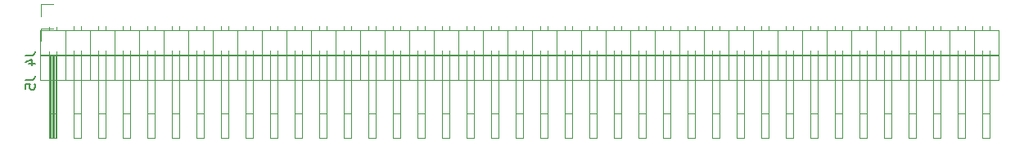
<source format=gbo>
G04 #@! TF.GenerationSoftware,KiCad,Pcbnew,6.0.7-f9a2dced07~116~ubuntu22.04.1*
G04 #@! TF.CreationDate,2022-09-25T15:05:22-07:00*
G04 #@! TF.ProjectId,rc2014compat-pico-vga,72633230-3134-4636-9f6d-7061742d7069,rev?*
G04 #@! TF.SameCoordinates,Original*
G04 #@! TF.FileFunction,Legend,Bot*
G04 #@! TF.FilePolarity,Positive*
%FSLAX46Y46*%
G04 Gerber Fmt 4.6, Leading zero omitted, Abs format (unit mm)*
G04 Created by KiCad (PCBNEW 6.0.7-f9a2dced07~116~ubuntu22.04.1) date 2022-09-25 15:05:22*
%MOMM*%
%LPD*%
G01*
G04 APERTURE LIST*
%ADD10C,0.150000*%
%ADD11C,0.120000*%
G04 APERTURE END LIST*
D10*
G04 #@! TO.C,J5*
X152884380Y-155664266D02*
X153598666Y-155664266D01*
X153741523Y-155616647D01*
X153836761Y-155521409D01*
X153884380Y-155378552D01*
X153884380Y-155283314D01*
X152884380Y-156616647D02*
X152884380Y-156140457D01*
X153360571Y-156092838D01*
X153312952Y-156140457D01*
X153265333Y-156235695D01*
X153265333Y-156473790D01*
X153312952Y-156569028D01*
X153360571Y-156616647D01*
X153455809Y-156664266D01*
X153693904Y-156664266D01*
X153789142Y-156616647D01*
X153836761Y-156569028D01*
X153884380Y-156473790D01*
X153884380Y-156235695D01*
X153836761Y-156140457D01*
X153789142Y-156092838D01*
G04 #@! TO.C,J4*
X152884380Y-153124266D02*
X153598666Y-153124266D01*
X153741523Y-153076647D01*
X153836761Y-152981409D01*
X153884380Y-152838552D01*
X153884380Y-152743314D01*
X153217714Y-154029028D02*
X153884380Y-154029028D01*
X152836761Y-153790933D02*
X153551047Y-153552838D01*
X153551047Y-154171885D01*
D11*
G04 #@! TO.C,J5*
X162942000Y-152655529D02*
X162942000Y-153052600D01*
X219582000Y-161712600D02*
X219582000Y-155712600D01*
X201042000Y-155712600D02*
X201042000Y-161712600D01*
X193422000Y-152655529D02*
X193422000Y-153052600D01*
X221362000Y-161712600D02*
X222122000Y-161712600D01*
X211962000Y-161712600D02*
X211962000Y-155712600D01*
X241682000Y-161712600D02*
X242442000Y-161712600D01*
X195962000Y-155712600D02*
X195962000Y-161712600D01*
X178942000Y-161712600D02*
X178942000Y-155712600D01*
X169672000Y-153052600D02*
X169672000Y-155712600D01*
X214502000Y-152655529D02*
X214502000Y-153052600D01*
X173102000Y-155712600D02*
X173102000Y-161712600D01*
X209422000Y-152655529D02*
X209422000Y-153052600D01*
X178942000Y-152655529D02*
X178942000Y-153052600D01*
X236602000Y-152655529D02*
X236602000Y-153052600D01*
X252602000Y-152655529D02*
X252602000Y-153052600D01*
X221362000Y-152655529D02*
X221362000Y-153052600D01*
X191642000Y-152655529D02*
X191642000Y-153052600D01*
X190882000Y-161712600D02*
X191642000Y-161712600D01*
X180722000Y-155712600D02*
X180722000Y-161712600D01*
X194182000Y-152655529D02*
X194182000Y-153052600D01*
X168782000Y-152655529D02*
X168782000Y-153052600D01*
X253552000Y-155712600D02*
X154372000Y-155712600D01*
X155742000Y-155712600D02*
X155742000Y-161712600D01*
X244982000Y-152655529D02*
X244982000Y-153052600D01*
X216282000Y-155712600D02*
X216282000Y-161712600D01*
X201042000Y-152655529D02*
X201042000Y-153052600D01*
X195962000Y-161712600D02*
X196722000Y-161712600D01*
X166242000Y-161712600D02*
X166242000Y-155712600D01*
X171322000Y-161712600D02*
X171322000Y-155712600D01*
X251842000Y-152655529D02*
X251842000Y-153052600D01*
X231522000Y-155712600D02*
X231522000Y-161712600D01*
X201802000Y-161712600D02*
X201802000Y-155712600D01*
X157862000Y-155712600D02*
X157862000Y-161712600D01*
X228982000Y-152655529D02*
X228982000Y-153052600D01*
X155382000Y-155712600D02*
X155382000Y-161712600D01*
X203582000Y-152655529D02*
X203582000Y-153052600D01*
X230632000Y-153052600D02*
X230632000Y-155712600D01*
X189992000Y-153052600D02*
X189992000Y-155712600D01*
X245872000Y-153052600D02*
X245872000Y-155712600D01*
X239142000Y-152655529D02*
X239142000Y-153052600D01*
X183262000Y-152655529D02*
X183262000Y-153052600D01*
X239142000Y-155712600D02*
X239142000Y-161712600D01*
X249302000Y-161712600D02*
X250062000Y-161712600D01*
X231522000Y-152655529D02*
X231522000Y-153052600D01*
X184022000Y-152655529D02*
X184022000Y-153052600D01*
X159512000Y-153052600D02*
X159512000Y-155712600D01*
X170562000Y-152655529D02*
X170562000Y-153052600D01*
X198502000Y-161712600D02*
X199262000Y-161712600D01*
X218822000Y-161712600D02*
X219582000Y-161712600D01*
X177292000Y-153052600D02*
X177292000Y-155712600D01*
X190882000Y-155712600D02*
X190882000Y-161712600D01*
X211962000Y-152655529D02*
X211962000Y-153052600D01*
X206122000Y-161712600D02*
X206882000Y-161712600D01*
X237362000Y-161712600D02*
X237362000Y-155712600D01*
X161162000Y-152655529D02*
X161162000Y-153052600D01*
X168022000Y-161712600D02*
X168782000Y-161712600D01*
X199262000Y-161712600D02*
X199262000Y-155712600D01*
X167132000Y-153052600D02*
X167132000Y-155712600D01*
X234822000Y-161712600D02*
X234822000Y-155712600D01*
X205232000Y-153052600D02*
X205232000Y-155712600D01*
X246762000Y-161712600D02*
X247522000Y-161712600D01*
X239902000Y-161712600D02*
X239902000Y-155712600D01*
X182372000Y-153052600D02*
X182372000Y-155712600D01*
X226442000Y-161712600D02*
X227202000Y-161712600D01*
X234062000Y-155712600D02*
X234062000Y-161712600D01*
X185802000Y-152655529D02*
X185802000Y-153052600D01*
X209422000Y-161712600D02*
X209422000Y-155712600D01*
X218822000Y-152655529D02*
X218822000Y-153052600D01*
X223902000Y-161712600D02*
X224662000Y-161712600D01*
X232282000Y-161712600D02*
X232282000Y-155712600D01*
X232282000Y-152655529D02*
X232282000Y-153052600D01*
X172212000Y-153052600D02*
X172212000Y-155712600D01*
X194182000Y-161712600D02*
X194182000Y-155712600D01*
X195072000Y-153052600D02*
X195072000Y-155712600D01*
X203582000Y-155712600D02*
X203582000Y-161712600D01*
X193422000Y-161712600D02*
X194182000Y-161712600D01*
X202692000Y-153052600D02*
X202692000Y-155712600D01*
X178182000Y-155712600D02*
X178182000Y-161712600D01*
X250062000Y-161712600D02*
X250062000Y-155712600D01*
X226442000Y-152655529D02*
X226442000Y-153052600D01*
X208662000Y-152655529D02*
X208662000Y-153052600D01*
X228982000Y-161712600D02*
X229742000Y-161712600D01*
X246762000Y-155712600D02*
X246762000Y-161712600D01*
X200152000Y-153052600D02*
X200152000Y-155712600D01*
X168782000Y-161712600D02*
X168782000Y-155712600D01*
X168022000Y-152655529D02*
X168022000Y-153052600D01*
X213742000Y-161712600D02*
X214502000Y-161712600D01*
X206882000Y-152655529D02*
X206882000Y-153052600D01*
X217042000Y-161712600D02*
X217042000Y-155712600D01*
X244982000Y-161712600D02*
X244982000Y-155712600D01*
X252602000Y-161712600D02*
X252602000Y-155712600D01*
X175642000Y-152655529D02*
X175642000Y-153052600D01*
X241682000Y-152655529D02*
X241682000Y-153052600D01*
X190882000Y-152655529D02*
X190882000Y-153052600D01*
X208662000Y-161712600D02*
X209422000Y-161712600D01*
X175642000Y-161712600D02*
X176402000Y-161712600D01*
X246762000Y-152655529D02*
X246762000Y-153052600D01*
X213742000Y-155712600D02*
X213742000Y-161712600D01*
X247522000Y-152655529D02*
X247522000Y-153052600D01*
X236602000Y-155712600D02*
X236602000Y-161712600D01*
X163702000Y-161712600D02*
X163702000Y-155712600D01*
X186562000Y-152655529D02*
X186562000Y-153052600D01*
X188342000Y-152655529D02*
X188342000Y-153052600D01*
X236602000Y-161712600D02*
X237362000Y-161712600D01*
X165482000Y-161712600D02*
X166242000Y-161712600D01*
X163702000Y-152655529D02*
X163702000Y-153052600D01*
X155322000Y-161712600D02*
X156082000Y-161712600D01*
X217042000Y-152655529D02*
X217042000Y-153052600D01*
X171322000Y-152655529D02*
X171322000Y-153052600D01*
X173102000Y-161712600D02*
X173862000Y-161712600D01*
X183262000Y-155712600D02*
X183262000Y-161712600D01*
X249302000Y-152655529D02*
X249302000Y-153052600D01*
X174752000Y-153052600D02*
X174752000Y-155712600D01*
X221362000Y-155712600D02*
X221362000Y-161712600D01*
X181482000Y-152655529D02*
X181482000Y-153052600D01*
X154432000Y-150342600D02*
X154432000Y-151612600D01*
X239902000Y-152655529D02*
X239902000Y-153052600D01*
X191642000Y-161712600D02*
X191642000Y-155712600D01*
X242442000Y-161712600D02*
X242442000Y-155712600D01*
X206882000Y-161712600D02*
X206882000Y-155712600D01*
X155322000Y-155712600D02*
X155322000Y-161712600D01*
X250062000Y-152655529D02*
X250062000Y-153052600D01*
X173862000Y-161712600D02*
X173862000Y-155712600D01*
X173862000Y-152655529D02*
X173862000Y-153052600D01*
X179832000Y-153052600D02*
X179832000Y-155712600D01*
X157862000Y-152655529D02*
X157862000Y-153052600D01*
X176402000Y-152655529D02*
X176402000Y-153052600D01*
X198502000Y-155712600D02*
X198502000Y-161712600D01*
X248412000Y-153052600D02*
X248412000Y-155712600D01*
X244222000Y-152655529D02*
X244222000Y-153052600D01*
X212852000Y-153052600D02*
X212852000Y-155712600D01*
X243332000Y-153052600D02*
X243332000Y-155712600D01*
X229742000Y-161712600D02*
X229742000Y-155712600D01*
X185802000Y-161712600D02*
X186562000Y-161712600D01*
X155862000Y-155712600D02*
X155862000Y-161712600D01*
X186562000Y-161712600D02*
X186562000Y-155712600D01*
X213742000Y-152655529D02*
X213742000Y-153052600D01*
X185802000Y-155712600D02*
X185802000Y-161712600D01*
X231522000Y-161712600D02*
X232282000Y-161712600D01*
X165482000Y-155712600D02*
X165482000Y-161712600D01*
X223902000Y-152655529D02*
X223902000Y-153052600D01*
X188342000Y-155712600D02*
X188342000Y-161712600D01*
X226442000Y-155712600D02*
X226442000Y-161712600D01*
X160402000Y-161712600D02*
X161162000Y-161712600D01*
X170562000Y-155712600D02*
X170562000Y-161712600D01*
X196722000Y-152655529D02*
X196722000Y-153052600D01*
X215392000Y-153052600D02*
X215392000Y-155712600D01*
X162942000Y-155712600D02*
X162942000Y-161712600D01*
X234822000Y-152655529D02*
X234822000Y-153052600D01*
X239142000Y-161712600D02*
X239902000Y-161712600D01*
X187452000Y-153052600D02*
X187452000Y-155712600D01*
X162052000Y-153052600D02*
X162052000Y-155712600D01*
X168022000Y-155712600D02*
X168022000Y-161712600D01*
X203582000Y-161712600D02*
X204342000Y-161712600D01*
X247522000Y-161712600D02*
X247522000Y-155712600D01*
X201042000Y-161712600D02*
X201802000Y-161712600D01*
X240792000Y-153052600D02*
X240792000Y-155712600D01*
X184022000Y-161712600D02*
X184022000Y-155712600D01*
X204342000Y-152655529D02*
X204342000Y-153052600D01*
X183262000Y-161712600D02*
X184022000Y-161712600D01*
X234062000Y-152655529D02*
X234062000Y-153052600D01*
X181482000Y-161712600D02*
X181482000Y-155712600D01*
X197612000Y-153052600D02*
X197612000Y-155712600D01*
X227202000Y-152655529D02*
X227202000Y-153052600D01*
X217932000Y-153052600D02*
X217932000Y-155712600D01*
X154372000Y-153052600D02*
X253552000Y-153052600D01*
X176402000Y-161712600D02*
X176402000Y-155712600D01*
X224662000Y-161712600D02*
X224662000Y-155712600D01*
X155622000Y-155712600D02*
X155622000Y-161712600D01*
X220472000Y-153052600D02*
X220472000Y-155712600D01*
X198502000Y-152655529D02*
X198502000Y-153052600D01*
X253552000Y-153052600D02*
X253552000Y-155712600D01*
X227202000Y-161712600D02*
X227202000Y-155712600D01*
X204342000Y-161712600D02*
X204342000Y-155712600D01*
X156082000Y-152722600D02*
X156082000Y-153052600D01*
X208662000Y-155712600D02*
X208662000Y-161712600D01*
X165482000Y-152655529D02*
X165482000Y-153052600D01*
X223012000Y-153052600D02*
X223012000Y-155712600D01*
X241682000Y-155712600D02*
X241682000Y-161712600D01*
X166242000Y-152655529D02*
X166242000Y-153052600D01*
X180722000Y-161712600D02*
X181482000Y-161712600D01*
X155322000Y-152722600D02*
X155322000Y-153052600D01*
X161162000Y-161712600D02*
X161162000Y-155712600D01*
X155982000Y-155712600D02*
X155982000Y-161712600D01*
X201802000Y-152655529D02*
X201802000Y-153052600D01*
X238252000Y-153052600D02*
X238252000Y-155712600D01*
X199262000Y-152655529D02*
X199262000Y-153052600D01*
X211202000Y-155712600D02*
X211202000Y-161712600D01*
X224662000Y-152655529D02*
X224662000Y-153052600D01*
X250952000Y-153052600D02*
X250952000Y-155712600D01*
X154372000Y-155712600D02*
X154372000Y-153052600D01*
X175642000Y-155712600D02*
X175642000Y-161712600D01*
X157862000Y-161712600D02*
X158622000Y-161712600D01*
X222122000Y-161712600D02*
X222122000Y-155712600D01*
X216282000Y-161712600D02*
X217042000Y-161712600D01*
X158622000Y-152655529D02*
X158622000Y-153052600D01*
X223902000Y-155712600D02*
X223902000Y-161712600D01*
X218822000Y-155712600D02*
X218822000Y-161712600D01*
X184912000Y-153052600D02*
X184912000Y-155712600D01*
X155502000Y-155712600D02*
X155502000Y-161712600D01*
X178182000Y-152655529D02*
X178182000Y-153052600D01*
X189102000Y-161712600D02*
X189102000Y-155712600D01*
X189102000Y-152655529D02*
X189102000Y-153052600D01*
X156972000Y-153052600D02*
X156972000Y-155712600D01*
X178182000Y-161712600D02*
X178942000Y-161712600D01*
X216282000Y-152655529D02*
X216282000Y-153052600D01*
X214502000Y-161712600D02*
X214502000Y-155712600D01*
X211202000Y-152655529D02*
X211202000Y-153052600D01*
X233172000Y-153052600D02*
X233172000Y-155712600D01*
X237362000Y-152655529D02*
X237362000Y-153052600D01*
X251842000Y-161712600D02*
X252602000Y-161712600D01*
X155702000Y-150342600D02*
X154432000Y-150342600D01*
X210312000Y-153052600D02*
X210312000Y-155712600D01*
X244222000Y-161712600D02*
X244982000Y-161712600D01*
X196722000Y-161712600D02*
X196722000Y-155712600D01*
X158622000Y-161712600D02*
X158622000Y-155712600D01*
X228982000Y-155712600D02*
X228982000Y-161712600D01*
X195962000Y-152655529D02*
X195962000Y-153052600D01*
X164592000Y-153052600D02*
X164592000Y-155712600D01*
X234062000Y-161712600D02*
X234822000Y-161712600D01*
X219582000Y-152655529D02*
X219582000Y-153052600D01*
X192532000Y-153052600D02*
X192532000Y-155712600D01*
X242442000Y-152655529D02*
X242442000Y-153052600D01*
X180722000Y-152655529D02*
X180722000Y-153052600D01*
X160402000Y-155712600D02*
X160402000Y-161712600D01*
X160402000Y-152655529D02*
X160402000Y-153052600D01*
X235712000Y-153052600D02*
X235712000Y-155712600D01*
X211202000Y-161712600D02*
X211962000Y-161712600D01*
X188342000Y-161712600D02*
X189102000Y-161712600D01*
X251842000Y-155712600D02*
X251842000Y-161712600D01*
X222122000Y-152655529D02*
X222122000Y-153052600D01*
X206122000Y-152655529D02*
X206122000Y-153052600D01*
X170562000Y-161712600D02*
X171322000Y-161712600D01*
X228092000Y-153052600D02*
X228092000Y-155712600D01*
X225552000Y-153052600D02*
X225552000Y-155712600D01*
X249302000Y-155712600D02*
X249302000Y-161712600D01*
X156082000Y-161712600D02*
X156082000Y-155712600D01*
X207772000Y-153052600D02*
X207772000Y-155712600D01*
X193422000Y-155712600D02*
X193422000Y-161712600D01*
X206122000Y-155712600D02*
X206122000Y-161712600D01*
X244222000Y-155712600D02*
X244222000Y-161712600D01*
X229742000Y-152655529D02*
X229742000Y-153052600D01*
X173102000Y-152655529D02*
X173102000Y-153052600D01*
X162942000Y-161712600D02*
X163702000Y-161712600D01*
G04 #@! TO.C,J4*
X204342000Y-150115529D02*
X204342000Y-150512600D01*
X219582000Y-159172600D02*
X219582000Y-153172600D01*
X239142000Y-153172600D02*
X239142000Y-159172600D01*
X190882000Y-159172600D02*
X191642000Y-159172600D01*
X175642000Y-159172600D02*
X176402000Y-159172600D01*
X178182000Y-159172600D02*
X178942000Y-159172600D01*
X201042000Y-159172600D02*
X201802000Y-159172600D01*
X185802000Y-159172600D02*
X186562000Y-159172600D01*
X166242000Y-150115529D02*
X166242000Y-150512600D01*
X218822000Y-153172600D02*
X218822000Y-159172600D01*
X222122000Y-150115529D02*
X222122000Y-150512600D01*
X221362000Y-150115529D02*
X221362000Y-150512600D01*
X185802000Y-153172600D02*
X185802000Y-159172600D01*
X201042000Y-150115529D02*
X201042000Y-150512600D01*
X194182000Y-159172600D02*
X194182000Y-153172600D01*
X219582000Y-150115529D02*
X219582000Y-150512600D01*
X188342000Y-153172600D02*
X188342000Y-159172600D01*
X194182000Y-150115529D02*
X194182000Y-150512600D01*
X195072000Y-150512600D02*
X195072000Y-153172600D01*
X156972000Y-150512600D02*
X156972000Y-153172600D01*
X170562000Y-159172600D02*
X171322000Y-159172600D01*
X186562000Y-150115529D02*
X186562000Y-150512600D01*
X218822000Y-159172600D02*
X219582000Y-159172600D01*
X183262000Y-153172600D02*
X183262000Y-159172600D01*
X210312000Y-150512600D02*
X210312000Y-153172600D01*
X223902000Y-153172600D02*
X223902000Y-159172600D01*
X173862000Y-159172600D02*
X173862000Y-153172600D01*
X236602000Y-150115529D02*
X236602000Y-150512600D01*
X239902000Y-150115529D02*
X239902000Y-150512600D01*
X168782000Y-150115529D02*
X168782000Y-150512600D01*
X201802000Y-150115529D02*
X201802000Y-150512600D01*
X213742000Y-150115529D02*
X213742000Y-150512600D01*
X199262000Y-159172600D02*
X199262000Y-153172600D01*
X172212000Y-150512600D02*
X172212000Y-153172600D01*
X202692000Y-150512600D02*
X202692000Y-153172600D01*
X184022000Y-150115529D02*
X184022000Y-150512600D01*
X175642000Y-150115529D02*
X175642000Y-150512600D01*
X162942000Y-150115529D02*
X162942000Y-150512600D01*
X183262000Y-150115529D02*
X183262000Y-150512600D01*
X241682000Y-159172600D02*
X242442000Y-159172600D01*
X206122000Y-159172600D02*
X206882000Y-159172600D01*
X223902000Y-150115529D02*
X223902000Y-150512600D01*
X159512000Y-150512600D02*
X159512000Y-153172600D01*
X211202000Y-153172600D02*
X211202000Y-159172600D01*
X179832000Y-150512600D02*
X179832000Y-153172600D01*
X251842000Y-150115529D02*
X251842000Y-150512600D01*
X242442000Y-159172600D02*
X242442000Y-153172600D01*
X228092000Y-150512600D02*
X228092000Y-153172600D01*
X249302000Y-159172600D02*
X250062000Y-159172600D01*
X158622000Y-150115529D02*
X158622000Y-150512600D01*
X217042000Y-159172600D02*
X217042000Y-153172600D01*
X208662000Y-159172600D02*
X209422000Y-159172600D01*
X158622000Y-159172600D02*
X158622000Y-153172600D01*
X169672000Y-150512600D02*
X169672000Y-153172600D01*
X244982000Y-150115529D02*
X244982000Y-150512600D01*
X249302000Y-153172600D02*
X249302000Y-159172600D01*
X180722000Y-159172600D02*
X181482000Y-159172600D01*
X160402000Y-159172600D02*
X161162000Y-159172600D01*
X196722000Y-150115529D02*
X196722000Y-150512600D01*
X203582000Y-150115529D02*
X203582000Y-150512600D01*
X250062000Y-159172600D02*
X250062000Y-153172600D01*
X203582000Y-159172600D02*
X204342000Y-159172600D01*
X233172000Y-150512600D02*
X233172000Y-153172600D01*
X164592000Y-150512600D02*
X164592000Y-153172600D01*
X229742000Y-159172600D02*
X229742000Y-153172600D01*
X163702000Y-159172600D02*
X163702000Y-153172600D01*
X213742000Y-159172600D02*
X214502000Y-159172600D01*
X161162000Y-150115529D02*
X161162000Y-150512600D01*
X189102000Y-159172600D02*
X189102000Y-153172600D01*
X154432000Y-147802600D02*
X154432000Y-149072600D01*
X176402000Y-159172600D02*
X176402000Y-153172600D01*
X195962000Y-159172600D02*
X196722000Y-159172600D01*
X240792000Y-150512600D02*
X240792000Y-153172600D01*
X228982000Y-159172600D02*
X229742000Y-159172600D01*
X184022000Y-159172600D02*
X184022000Y-153172600D01*
X232282000Y-150115529D02*
X232282000Y-150512600D01*
X246762000Y-150115529D02*
X246762000Y-150512600D01*
X228982000Y-150115529D02*
X228982000Y-150512600D01*
X234062000Y-153172600D02*
X234062000Y-159172600D01*
X182372000Y-150512600D02*
X182372000Y-153172600D01*
X183262000Y-159172600D02*
X184022000Y-159172600D01*
X217042000Y-150115529D02*
X217042000Y-150512600D01*
X193422000Y-153172600D02*
X193422000Y-159172600D01*
X175642000Y-153172600D02*
X175642000Y-159172600D01*
X161162000Y-159172600D02*
X161162000Y-153172600D01*
X188342000Y-150115529D02*
X188342000Y-150512600D01*
X226442000Y-150115529D02*
X226442000Y-150512600D01*
X239142000Y-159172600D02*
X239902000Y-159172600D01*
X181482000Y-159172600D02*
X181482000Y-153172600D01*
X239142000Y-150115529D02*
X239142000Y-150512600D01*
X176402000Y-150115529D02*
X176402000Y-150512600D01*
X191642000Y-159172600D02*
X191642000Y-153172600D01*
X155702000Y-147802600D02*
X154432000Y-147802600D01*
X168022000Y-150115529D02*
X168022000Y-150512600D01*
X168022000Y-153172600D02*
X168022000Y-159172600D01*
X193422000Y-159172600D02*
X194182000Y-159172600D01*
X251842000Y-153172600D02*
X251842000Y-159172600D01*
X165482000Y-150115529D02*
X165482000Y-150512600D01*
X227202000Y-159172600D02*
X227202000Y-153172600D01*
X227202000Y-150115529D02*
X227202000Y-150512600D01*
X206122000Y-153172600D02*
X206122000Y-159172600D01*
X208662000Y-153172600D02*
X208662000Y-159172600D01*
X195962000Y-150115529D02*
X195962000Y-150512600D01*
X212852000Y-150512600D02*
X212852000Y-153172600D01*
X214502000Y-150115529D02*
X214502000Y-150512600D01*
X170562000Y-153172600D02*
X170562000Y-159172600D01*
X230632000Y-150512600D02*
X230632000Y-153172600D01*
X211202000Y-159172600D02*
X211962000Y-159172600D01*
X190882000Y-150115529D02*
X190882000Y-150512600D01*
X244222000Y-159172600D02*
X244982000Y-159172600D01*
X221362000Y-153172600D02*
X221362000Y-159172600D01*
X232282000Y-159172600D02*
X232282000Y-153172600D01*
X244982000Y-159172600D02*
X244982000Y-153172600D01*
X245872000Y-150512600D02*
X245872000Y-153172600D01*
X198502000Y-150115529D02*
X198502000Y-150512600D01*
X249302000Y-150115529D02*
X249302000Y-150512600D01*
X226442000Y-159172600D02*
X227202000Y-159172600D01*
X252602000Y-159172600D02*
X252602000Y-153172600D01*
X243332000Y-150512600D02*
X243332000Y-153172600D01*
X166242000Y-159172600D02*
X166242000Y-153172600D01*
X199262000Y-150115529D02*
X199262000Y-150512600D01*
X238252000Y-150512600D02*
X238252000Y-153172600D01*
X167132000Y-150512600D02*
X167132000Y-153172600D01*
X185802000Y-150115529D02*
X185802000Y-150512600D01*
X216282000Y-150115529D02*
X216282000Y-150512600D01*
X206882000Y-150115529D02*
X206882000Y-150512600D01*
X189102000Y-150115529D02*
X189102000Y-150512600D01*
X192532000Y-150512600D02*
X192532000Y-153172600D01*
X207772000Y-150512600D02*
X207772000Y-153172600D01*
X216282000Y-153172600D02*
X216282000Y-159172600D01*
X205232000Y-150512600D02*
X205232000Y-153172600D01*
X204342000Y-159172600D02*
X204342000Y-153172600D01*
X157862000Y-159172600D02*
X158622000Y-159172600D01*
X250952000Y-150512600D02*
X250952000Y-153172600D01*
X188342000Y-159172600D02*
X189102000Y-159172600D01*
X200152000Y-150512600D02*
X200152000Y-153172600D01*
X155862000Y-153172600D02*
X155862000Y-159172600D01*
X184912000Y-150512600D02*
X184912000Y-153172600D01*
X220472000Y-150512600D02*
X220472000Y-153172600D01*
X162052000Y-150512600D02*
X162052000Y-153172600D01*
X216282000Y-159172600D02*
X217042000Y-159172600D01*
X156082000Y-159172600D02*
X156082000Y-153172600D01*
X178942000Y-150115529D02*
X178942000Y-150512600D01*
X160402000Y-150115529D02*
X160402000Y-150512600D01*
X242442000Y-150115529D02*
X242442000Y-150512600D01*
X234822000Y-159172600D02*
X234822000Y-153172600D01*
X155382000Y-153172600D02*
X155382000Y-159172600D01*
X198502000Y-153172600D02*
X198502000Y-159172600D01*
X252602000Y-150115529D02*
X252602000Y-150512600D01*
X173102000Y-159172600D02*
X173862000Y-159172600D01*
X253552000Y-153172600D02*
X154372000Y-153172600D01*
X162942000Y-159172600D02*
X163702000Y-159172600D01*
X234062000Y-159172600D02*
X234822000Y-159172600D01*
X163702000Y-150115529D02*
X163702000Y-150512600D01*
X206882000Y-159172600D02*
X206882000Y-153172600D01*
X154372000Y-150512600D02*
X253552000Y-150512600D01*
X236602000Y-159172600D02*
X237362000Y-159172600D01*
X235712000Y-150512600D02*
X235712000Y-153172600D01*
X231522000Y-153172600D02*
X231522000Y-159172600D01*
X189992000Y-150512600D02*
X189992000Y-153172600D01*
X247522000Y-150115529D02*
X247522000Y-150512600D01*
X208662000Y-150115529D02*
X208662000Y-150512600D01*
X155622000Y-153172600D02*
X155622000Y-159172600D01*
X193422000Y-150115529D02*
X193422000Y-150512600D01*
X223012000Y-150512600D02*
X223012000Y-153172600D01*
X155982000Y-153172600D02*
X155982000Y-159172600D01*
X173102000Y-153172600D02*
X173102000Y-159172600D01*
X244222000Y-153172600D02*
X244222000Y-159172600D01*
X186562000Y-159172600D02*
X186562000Y-153172600D01*
X234822000Y-150115529D02*
X234822000Y-150512600D01*
X211962000Y-150115529D02*
X211962000Y-150512600D01*
X222122000Y-159172600D02*
X222122000Y-153172600D01*
X241682000Y-153172600D02*
X241682000Y-159172600D01*
X221362000Y-159172600D02*
X222122000Y-159172600D01*
X198502000Y-159172600D02*
X199262000Y-159172600D01*
X170562000Y-150115529D02*
X170562000Y-150512600D01*
X237362000Y-159172600D02*
X237362000Y-153172600D01*
X165482000Y-159172600D02*
X166242000Y-159172600D01*
X156082000Y-150182600D02*
X156082000Y-150512600D01*
X223902000Y-159172600D02*
X224662000Y-159172600D01*
X160402000Y-153172600D02*
X160402000Y-159172600D01*
X231522000Y-159172600D02*
X232282000Y-159172600D01*
X251842000Y-159172600D02*
X252602000Y-159172600D01*
X191642000Y-150115529D02*
X191642000Y-150512600D01*
X248412000Y-150512600D02*
X248412000Y-153172600D01*
X178942000Y-159172600D02*
X178942000Y-153172600D01*
X250062000Y-150115529D02*
X250062000Y-150512600D01*
X224662000Y-150115529D02*
X224662000Y-150512600D01*
X155502000Y-153172600D02*
X155502000Y-159172600D01*
X231522000Y-150115529D02*
X231522000Y-150512600D01*
X215392000Y-150512600D02*
X215392000Y-153172600D01*
X174752000Y-150512600D02*
X174752000Y-153172600D01*
X211202000Y-150115529D02*
X211202000Y-150512600D01*
X214502000Y-159172600D02*
X214502000Y-153172600D01*
X171322000Y-150115529D02*
X171322000Y-150512600D01*
X178182000Y-153172600D02*
X178182000Y-159172600D01*
X154372000Y-153172600D02*
X154372000Y-150512600D01*
X168022000Y-159172600D02*
X168782000Y-159172600D01*
X237362000Y-150115529D02*
X237362000Y-150512600D01*
X162942000Y-153172600D02*
X162942000Y-159172600D01*
X181482000Y-150115529D02*
X181482000Y-150512600D01*
X211962000Y-159172600D02*
X211962000Y-153172600D01*
X239902000Y-159172600D02*
X239902000Y-153172600D01*
X187452000Y-150512600D02*
X187452000Y-153172600D01*
X244222000Y-150115529D02*
X244222000Y-150512600D01*
X229742000Y-150115529D02*
X229742000Y-150512600D01*
X155322000Y-150182600D02*
X155322000Y-150512600D01*
X217932000Y-150512600D02*
X217932000Y-153172600D01*
X157862000Y-153172600D02*
X157862000Y-159172600D01*
X236602000Y-153172600D02*
X236602000Y-159172600D01*
X203582000Y-153172600D02*
X203582000Y-159172600D01*
X209422000Y-159172600D02*
X209422000Y-153172600D01*
X178182000Y-150115529D02*
X178182000Y-150512600D01*
X213742000Y-153172600D02*
X213742000Y-159172600D01*
X225552000Y-150512600D02*
X225552000Y-153172600D01*
X247522000Y-159172600D02*
X247522000Y-153172600D01*
X168782000Y-159172600D02*
X168782000Y-153172600D01*
X201042000Y-153172600D02*
X201042000Y-159172600D01*
X197612000Y-150512600D02*
X197612000Y-153172600D01*
X228982000Y-153172600D02*
X228982000Y-159172600D01*
X201802000Y-159172600D02*
X201802000Y-153172600D01*
X173102000Y-150115529D02*
X173102000Y-150512600D01*
X157862000Y-150115529D02*
X157862000Y-150512600D01*
X246762000Y-153172600D02*
X246762000Y-159172600D01*
X155322000Y-159172600D02*
X156082000Y-159172600D01*
X155742000Y-153172600D02*
X155742000Y-159172600D01*
X246762000Y-159172600D02*
X247522000Y-159172600D01*
X206122000Y-150115529D02*
X206122000Y-150512600D01*
X234062000Y-150115529D02*
X234062000Y-150512600D01*
X173862000Y-150115529D02*
X173862000Y-150512600D01*
X241682000Y-150115529D02*
X241682000Y-150512600D01*
X209422000Y-150115529D02*
X209422000Y-150512600D01*
X226442000Y-153172600D02*
X226442000Y-159172600D01*
X224662000Y-159172600D02*
X224662000Y-153172600D01*
X177292000Y-150512600D02*
X177292000Y-153172600D01*
X253552000Y-150512600D02*
X253552000Y-153172600D01*
X155322000Y-153172600D02*
X155322000Y-159172600D01*
X190882000Y-153172600D02*
X190882000Y-159172600D01*
X180722000Y-153172600D02*
X180722000Y-159172600D01*
X171322000Y-159172600D02*
X171322000Y-153172600D01*
X218822000Y-150115529D02*
X218822000Y-150512600D01*
X195962000Y-153172600D02*
X195962000Y-159172600D01*
X196722000Y-159172600D02*
X196722000Y-153172600D01*
X165482000Y-153172600D02*
X165482000Y-159172600D01*
X180722000Y-150115529D02*
X180722000Y-150512600D01*
G04 #@! TD*
M02*

</source>
